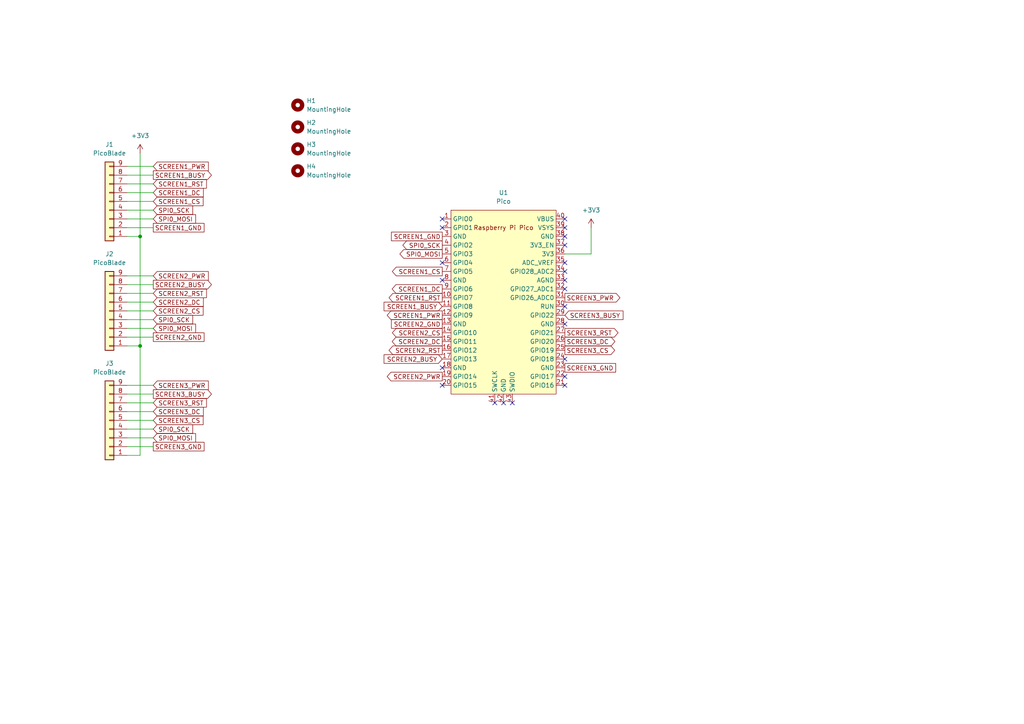
<source format=kicad_sch>
(kicad_sch (version 20230121) (generator eeschema)
  (paper "A4")
  (lib_symbols
    (symbol "Connector_Generic:Conn_01x09" (pin_names (offset 1.016) hide)
      (property "Reference" "J" (at 0 12.7 0))
      (property "Value" "Conn_01x09" (at 0 -12.7 0))
      (symbol "Conn_01x09_1_1"
        (rectangle (start -1.27 -10.033) (end 0 -10.287) (stroke (width 0.1524)))
        (rectangle (start -1.27 -7.493) (end 0 -7.747) (stroke (width 0.1524)))
        (rectangle (start -1.27 -4.953) (end 0 -5.207) (stroke (width 0.1524)))
        (rectangle (start -1.27 -2.413) (end 0 -2.667) (stroke (width 0.1524)))
        (rectangle (start -1.27 0.127) (end 0 -0.127) (stroke (width 0.1524)))
        (rectangle (start -1.27 2.667) (end 0 2.413) (stroke (width 0.1524)))
        (rectangle (start -1.27 5.207) (end 0 4.953) (stroke (width 0.1524)))
        (rectangle (start -1.27 7.747) (end 0 7.493) (stroke (width 0.1524)))
        (rectangle (start -1.27 10.287) (end 0 10.033) (stroke (width 0.1524)))
        (rectangle (start -1.27 11.43) (end 1.27 -11.43) (stroke (width 0.254)) (fill (type background)))
        (pin passive line (at -5.08 10.16 0) (length 3.81) (name "Pin_1") (number "1"))
        (pin passive line (at -5.08 7.62 0) (length 3.81) (name "Pin_2") (number "2"))
        (pin passive line (at -5.08 5.08 0) (length 3.81) (name "Pin_3") (number "3"))
        (pin passive line (at -5.08 2.54 0) (length 3.81) (name "Pin_4") (number "4"))
        (pin passive line (at -5.08 0 0) (length 3.81) (name "Pin_5") (number "5"))
        (pin passive line (at -5.08 -2.54 0) (length 3.81) (name "Pin_6") (number "6"))
        (pin passive line (at -5.08 -5.08 0) (length 3.81) (name "Pin_7") (number "7"))
        (pin passive line (at -5.08 -7.62 0) (length 3.81) (name "Pin_8") (number "8"))
        (pin passive line (at -5.08 -10.16 0) (length 3.81) (name "Pin_9") (number "9"))
      )
    )
    (symbol "MCU_RaspberryPi_and_Boards:Pico"
      (property "Reference" "U" (at -13.97 27.94 0))
      (property "Value" "Pico" (at 0 19.05 0))
      (symbol "Pico_0_0"
        (text "Raspberry Pi Pico" (at 0 21.59 0) (effects (font (size 1.27 1.27))))
      )
      (symbol "Pico_0_1"
        (rectangle (start -15.24 26.67) (end 15.24 -26.67) (fill (type background)))
      )
      (symbol "Pico_1_1"
        (pin bidirectional line (at -17.78 24.13 0) (length 2.54) (name "GPIO0") (number "1"))
        (pin bidirectional line (at -17.78 1.27 0) (length 2.54) (name "GPIO7") (number "10"))
        (pin bidirectional line (at -17.78 -1.27 0) (length 2.54) (name "GPIO8") (number "11"))
        (pin bidirectional line (at -17.78 -3.81 0) (length 2.54) (name "GPIO9") (number "12"))
        (pin power_in line (at -17.78 -6.35 0) (length 2.54) (name "GND") (number "13"))
        (pin bidirectional line (at -17.78 -8.89 0) (length 2.54) (name "GPIO10") (number "14"))
        (pin bidirectional line (at -17.78 -11.43 0) (length 2.54) (name "GPIO11") (number "15"))
        (pin bidirectional line (at -17.78 -13.97 0) (length 2.54) (name "GPIO12") (number "16"))
        (pin bidirectional line (at -17.78 -16.51 0) (length 2.54) (name "GPIO13") (number "17"))
        (pin power_in line (at -17.78 -19.05 0) (length 2.54) (name "GND") (number "18"))
        (pin bidirectional line (at -17.78 -21.59 0) (length 2.54) (name "GPIO14") (number "19"))
        (pin bidirectional line (at -17.78 21.59 0) (length 2.54) (name "GPIO1") (number "2"))
        (pin bidirectional line (at -17.78 -24.13 0) (length 2.54) (name "GPIO15") (number "20"))
        (pin bidirectional line (at 17.78 -24.13 180) (length 2.54) (name "GPIO16") (number "21"))
        (pin bidirectional line (at 17.78 -21.59 180) (length 2.54) (name "GPIO17") (number "22"))
        (pin power_in line (at 17.78 -19.05 180) (length 2.54) (name "GND") (number "23"))
        (pin bidirectional line (at 17.78 -16.51 180) (length 2.54) (name "GPIO18") (number "24"))
        (pin bidirectional line (at 17.78 -13.97 180) (length 2.54) (name "GPIO19") (number "25"))
        (pin bidirectional line (at 17.78 -11.43 180) (length 2.54) (name "GPIO20") (number "26"))
        (pin bidirectional line (at 17.78 -8.89 180) (length 2.54) (name "GPIO21") (number "27"))
        (pin power_in line (at 17.78 -6.35 180) (length 2.54) (name "GND") (number "28"))
        (pin bidirectional line (at 17.78 -3.81 180) (length 2.54) (name "GPIO22") (number "29"))
        (pin power_in line (at -17.78 19.05 0) (length 2.54) (name "GND") (number "3"))
        (pin input line (at 17.78 -1.27 180) (length 2.54) (name "RUN") (number "30"))
        (pin bidirectional line (at 17.78 1.27 180) (length 2.54) (name "GPIO26_ADC0") (number "31"))
        (pin bidirectional line (at 17.78 3.81 180) (length 2.54) (name "GPIO27_ADC1") (number "32"))
        (pin power_in line (at 17.78 6.35 180) (length 2.54) (name "AGND") (number "33"))
        (pin bidirectional line (at 17.78 8.89 180) (length 2.54) (name "GPIO28_ADC2") (number "34"))
        (pin power_in line (at 17.78 11.43 180) (length 2.54) (name "ADC_VREF") (number "35"))
        (pin power_in line (at 17.78 13.97 180) (length 2.54) (name "3V3") (number "36"))
        (pin input line (at 17.78 16.51 180) (length 2.54) (name "3V3_EN") (number "37"))
        (pin bidirectional line (at 17.78 19.05 180) (length 2.54) (name "GND") (number "38"))
        (pin power_in line (at 17.78 21.59 180) (length 2.54) (name "VSYS") (number "39"))
        (pin bidirectional line (at -17.78 16.51 0) (length 2.54) (name "GPIO2") (number "4"))
        (pin power_in line (at 17.78 24.13 180) (length 2.54) (name "VBUS") (number "40"))
        (pin input line (at -2.54 -29.21 90) (length 2.54) (name "SWCLK") (number "41"))
        (pin power_in line (at 0 -29.21 90) (length 2.54) (name "GND") (number "42"))
        (pin bidirectional line (at 2.54 -29.21 90) (length 2.54) (name "SWDIO") (number "43"))
        (pin bidirectional line (at -17.78 13.97 0) (length 2.54) (name "GPIO3") (number "5"))
        (pin bidirectional line (at -17.78 11.43 0) (length 2.54) (name "GPIO4") (number "6"))
        (pin bidirectional line (at -17.78 8.89 0) (length 2.54) (name "GPIO5") (number "7"))
        (pin power_in line (at -17.78 6.35 0) (length 2.54) (name "GND") (number "8"))
        (pin bidirectional line (at -17.78 3.81 0) (length 2.54) (name "GPIO6") (number "9"))
      )
    )
    (symbol "Mechanical:MountingHole" (pin_names (offset 1.016))
      (property "Reference" "H" (at 0 5.08 0))
      (property "Value" "MountingHole" (at 0 3.175 0))
      (symbol "MountingHole_0_1"
        (circle (center 0 0) (radius 1.27) (stroke (width 1.27)))
      )
    )
    (symbol "power:+3V3" (power) (pin_names (offset 0))
      (property "Value" "+3V3" (at 0 3.556 0))
      (symbol "+3V3_0_1"
        (polyline (pts (xy -0.762 1.27) (xy 0 2.54)))
        (polyline (pts (xy 0 0) (xy 0 2.54)))
        (polyline (pts (xy 0 2.54) (xy 0.762 1.27)))
      )
      (symbol "+3V3_1_1"
        (pin power_in line (at 0 0 90) (length 0) hide (name "+3V3") (number "1"))
      )
    )
  )
  (junction (at 40.64 68.58))
  (junction (at 40.64 100.33))
  (no_connect (at 128.27 66.04))
  (no_connect (at 163.83 111.76))
  (no_connect (at 163.83 78.74))
  (no_connect (at 148.59 116.84))
  (no_connect (at 128.27 76.2))
  (no_connect (at 163.83 66.04))
  (no_connect (at 146.05 116.84))
  (no_connect (at 163.83 109.22))
  (no_connect (at 163.83 83.82))
  (no_connect (at 163.83 104.14))
  (no_connect (at 163.83 71.12))
  (no_connect (at 128.27 63.5))
  (no_connect (at 163.83 68.58))
  (no_connect (at 163.83 76.2))
  (no_connect (at 163.83 93.98))
  (no_connect (at 128.27 111.76))
  (no_connect (at 163.83 63.5))
  (no_connect (at 163.83 88.9))
  (no_connect (at 128.27 106.68))
  (no_connect (at 163.83 81.28))
  (no_connect (at 128.27 81.28))
  (no_connect (at 143.51 116.84))
  (wire (pts (xy 36.83 129.54) (xy 44.45 129.54)))
  (wire (pts (xy 36.83 121.92) (xy 44.45 121.92)))
  (wire (pts (xy 36.83 132.08) (xy 40.64 132.08)))
  (wire (pts (xy 36.83 100.33) (xy 40.64 100.33)))
  (wire (pts (xy 36.83 58.42) (xy 44.45 58.42)))
  (wire (pts (xy 36.83 119.38) (xy 44.45 119.38)))
  (wire (pts (xy 163.83 73.66) (xy 171.45 73.66)))
  (wire (pts (xy 36.83 55.88) (xy 44.45 55.88)))
  (wire (pts (xy 36.83 127) (xy 44.45 127)))
  (wire (pts (xy 36.83 124.46) (xy 44.45 124.46)))
  (wire (pts (xy 36.83 116.84) (xy 44.45 116.84)))
  (wire (pts (xy 36.83 95.25) (xy 44.45 95.25)))
  (wire (pts (xy 36.83 90.17) (xy 44.45 90.17)))
  (wire (pts (xy 36.83 87.63) (xy 44.45 87.63)))
  (wire (pts (xy 36.83 85.09) (xy 44.45 85.09)))
  (wire (pts (xy 36.83 82.55) (xy 44.45 82.55)))
  (wire (pts (xy 36.83 92.71) (xy 44.45 92.71)))
  (wire (pts (xy 36.83 50.8) (xy 44.45 50.8)))
  (wire (pts (xy 36.83 80.01) (xy 44.45 80.01)))
  (wire (pts (xy 36.83 63.5) (xy 44.45 63.5)))
  (wire (pts (xy 36.83 114.3) (xy 44.45 114.3)))
  (wire (pts (xy 36.83 60.96) (xy 44.45 60.96)))
  (wire (pts (xy 36.83 97.79) (xy 44.45 97.79)))
  (wire (pts (xy 36.83 66.04) (xy 44.45 66.04)))
  (wire (pts (xy 40.64 100.33) (xy 40.64 132.08)))
  (wire (pts (xy 36.83 53.34) (xy 44.45 53.34)))
  (wire (pts (xy 36.83 68.58) (xy 40.64 68.58)))
  (wire (pts (xy 36.83 111.76) (xy 44.45 111.76)))
  (wire (pts (xy 40.64 44.45) (xy 40.64 68.58)))
  (wire (pts (xy 171.45 73.66) (xy 171.45 66.04)))
  (wire (pts (xy 40.64 68.58) (xy 40.64 100.33)))
  (wire (pts (xy 36.83 48.26) (xy 44.45 48.26)))
  (global_label "SCREEN2_PWR" (shape input) (at 44.45 80.01 0) (property "Intersheetrefs" "${INTERSHEET_REFS}" (effects hide)))
  (global_label "SPI0_MOSI" (shape input) (at 44.45 63.5 0) (property "Intersheetrefs" "${INTERSHEET_REFS}" (effects hide)))
  (global_label "SPI0_MOSI" (shape output) (at 128.27 73.66 180) (property "Intersheetrefs" "${INTERSHEET_REFS}" (effects hide)))
  (global_label "SCREEN2_CS" (shape output) (at 128.27 96.52 180) (property "Intersheetrefs" "${INTERSHEET_REFS}" (effects hide)))
  (global_label "SCREEN2_RST" (shape input) (at 44.45 85.09 0) (property "Intersheetrefs" "${INTERSHEET_REFS}" (effects hide)))
  (global_label "SCREEN1_DC" (shape output) (at 128.27 83.82 180) (property "Intersheetrefs" "${INTERSHEET_REFS}" (effects hide)))
  (global_label "SCREEN3_DC" (shape input) (at 44.45 119.38 0) (property "Intersheetrefs" "${INTERSHEET_REFS}" (effects hide)))
  (global_label "SPI0_SCK" (shape input) (at 44.45 124.46 0) (property "Intersheetrefs" "${INTERSHEET_REFS}" (effects hide)))
  (global_label "SCREEN1_DC" (shape input) (at 44.45 55.88 0) (property "Intersheetrefs" "${INTERSHEET_REFS}" (effects hide)))
  (global_label "SCREEN3_GND" (shape passive) (at 44.45 129.54 0) (property "Intersheetrefs" "${INTERSHEET_REFS}" (effects hide)))
  (global_label "SCREEN2_CS" (shape input) (at 44.45 90.17 0) (property "Intersheetrefs" "${INTERSHEET_REFS}" (effects hide)))
  (global_label "SCREEN1_CS" (shape output) (at 128.27 78.74 180) (property "Intersheetrefs" "${INTERSHEET_REFS}" (effects hide)))
  (global_label "SCREEN1_PWR" (shape input) (at 44.45 48.26 0) (property "Intersheetrefs" "${INTERSHEET_REFS}" (effects hide)))
  (global_label "SCREEN1_RST" (shape input) (at 44.45 53.34 0) (property "Intersheetrefs" "${INTERSHEET_REFS}" (effects hide)))
  (global_label "SCREEN2_GND" (shape passive) (at 44.45 97.79 0) (property "Intersheetrefs" "${INTERSHEET_REFS}" (effects hide)))
  (global_label "SCREEN3_GND" (shape passive) (at 163.83 106.68 0) (property "Intersheetrefs" "${INTERSHEET_REFS}" (effects hide)))
  (global_label "SPI0_MOSI" (shape input) (at 44.45 95.25 0) (property "Intersheetrefs" "${INTERSHEET_REFS}" (effects hide)))
  (global_label "SPI0_SCK" (shape output) (at 128.27 71.12 180) (property "Intersheetrefs" "${INTERSHEET_REFS}" (effects hide)))
  (global_label "SCREEN3_BUSY" (shape output) (at 44.45 114.3 0) (property "Intersheetrefs" "${INTERSHEET_REFS}" (effects hide)))
  (global_label "SCREEN3_PWR" (shape input) (at 44.45 111.76 0) (property "Intersheetrefs" "${INTERSHEET_REFS}" (effects hide)))
  (global_label "SPI0_SCK" (shape input) (at 44.45 60.96 0) (property "Intersheetrefs" "${INTERSHEET_REFS}" (effects hide)))
  (global_label "SCREEN3_BUSY" (shape input) (at 163.83 91.44 0) (property "Intersheetrefs" "${INTERSHEET_REFS}" (effects hide)))
  (global_label "SPI0_MOSI" (shape input) (at 44.45 127 0) (property "Intersheetrefs" "${INTERSHEET_REFS}" (effects hide)))
  (global_label "SCREEN3_RST" (shape output) (at 163.83 96.52 0) (property "Intersheetrefs" "${INTERSHEET_REFS}" (effects hide)))
  (global_label "SCREEN1_BUSY" (shape output) (at 44.45 50.8 0) (property "Intersheetrefs" "${INTERSHEET_REFS}" (effects hide)))
  (global_label "SCREEN2_GND" (shape passive) (at 128.27 93.98 180) (property "Intersheetrefs" "${INTERSHEET_REFS}" (effects hide)))
  (global_label "SCREEN3_CS" (shape output) (at 163.83 101.6 0) (property "Intersheetrefs" "${INTERSHEET_REFS}" (effects hide)))
  (global_label "SCREEN1_RST" (shape output) (at 128.27 86.36 180) (property "Intersheetrefs" "${INTERSHEET_REFS}" (effects hide)))
  (global_label "SCREEN2_BUSY" (shape input) (at 128.27 104.14 180) (property "Intersheetrefs" "${INTERSHEET_REFS}" (effects hide)))
  (global_label "SCREEN1_BUSY" (shape input) (at 128.27 88.9 180) (property "Intersheetrefs" "${INTERSHEET_REFS}" (effects hide)))
  (global_label "SCREEN1_GND" (shape passive) (at 44.45 66.04 0) (property "Intersheetrefs" "${INTERSHEET_REFS}" (effects hide)))
  (global_label "SCREEN2_PWR" (shape output) (at 128.27 109.22 180) (property "Intersheetrefs" "${INTERSHEET_REFS}" (effects hide)))
  (global_label "SCREEN3_PWR" (shape output) (at 163.83 86.36 0) (property "Intersheetrefs" "${INTERSHEET_REFS}" (effects hide)))
  (global_label "SCREEN2_RST" (shape output) (at 128.27 101.6 180) (property "Intersheetrefs" "${INTERSHEET_REFS}" (effects hide)))
  (global_label "SCREEN3_DC" (shape output) (at 163.83 99.06 0) (property "Intersheetrefs" "${INTERSHEET_REFS}" (effects hide)))
  (global_label "SCREEN1_CS" (shape input) (at 44.45 58.42 0) (property "Intersheetrefs" "${INTERSHEET_REFS}" (effects hide)))
  (global_label "SCREEN3_CS" (shape input) (at 44.45 121.92 0) (property "Intersheetrefs" "${INTERSHEET_REFS}" (effects hide)))
  (global_label "SCREEN1_GND" (shape passive) (at 128.27 68.58 180) (property "Intersheetrefs" "${INTERSHEET_REFS}" (effects hide)))
  (global_label "SCREEN2_DC" (shape output) (at 128.27 99.06 180) (property "Intersheetrefs" "${INTERSHEET_REFS}" (effects hide)))
  (global_label "SPI0_SCK" (shape input) (at 44.45 92.71 0) (property "Intersheetrefs" "${INTERSHEET_REFS}" (effects hide)))
  (global_label "SCREEN2_DC" (shape input) (at 44.45 87.63 0) (property "Intersheetrefs" "${INTERSHEET_REFS}" (effects hide)))
  (global_label "SCREEN1_PWR" (shape output) (at 128.27 91.44 180) (property "Intersheetrefs" "${INTERSHEET_REFS}" (effects hide)))
  (global_label "SCREEN2_BUSY" (shape output) (at 44.45 82.55 0) (property "Intersheetrefs" "${INTERSHEET_REFS}" (effects hide)))
  (global_label "SCREEN3_RST" (shape input) (at 44.45 116.84 0) (property "Intersheetrefs" "${INTERSHEET_REFS}" (effects hide)))
  (symbol (lib_id "MCU_RaspberryPi_and_Boards:Pico") (at 146.05 87.63 0) (unit 1)
    (property "Reference" "U1" (at 146.05 55.88 0))
    (property "Value" "Pico" (at 146.05 58.42 0))
    (property "Footprint" "MCU_RaspberryPi_and_Boards:RPi_Pico_SMD_TH" (effects hide))
  )
  (symbol (lib_id "Mechanical:MountingHole") (at 86.36 43.18 0) (unit 1)
    (property "Reference" "H3" (at 88.9 41.91 0) (effects (justify left)))
    (property "Value" "MountingHole" (at 88.9 44.45 0) (effects (justify left)))
    (property "Footprint" "MountingHole:MountingHole_3mm" (effects hide))
  )
  (symbol (lib_id "Connector_Generic:Conn_01x09") (at 31.75 58.42 180) (unit 1)
    (property "Reference" "J1" (at 31.75 41.91 0))
    (property "Value" "PicoBlade" (at 31.75 44.45 0))
    (property "Footprint" "Connector_Molex:Molex_PicoBlade_53261-0971_1x09-1MP_P1.25mm_Horizontal" (effects hide))
  )
  (symbol (lib_id "Mechanical:MountingHole") (at 86.36 49.53 0) (unit 1)
    (property "Reference" "H4" (at 88.9 48.26 0) (effects (justify left)))
    (property "Value" "MountingHole" (at 88.9 50.8 0) (effects (justify left)))
    (property "Footprint" "MountingHole:MountingHole_3mm" (effects hide))
  )
  (symbol (lib_id "power:+3V3") (at 171.45 66.04 0) (unit 1)
    (property "Reference" "#PWR04" (effects hide))
    (property "Value" "+3V3" (at 171.45 60.96 0))
  )
  (symbol (lib_id "power:+3V3") (at 40.64 44.45 0) (unit 1)
    (property "Reference" "#PWR01" (effects hide))
    (property "Value" "+3V3" (at 40.64 39.37 0))
  )
  (symbol (lib_id "Mechanical:MountingHole") (at 86.36 36.83 0) (unit 1)
    (property "Reference" "H2" (at 88.9 35.56 0) (effects (justify left)))
    (property "Value" "MountingHole" (at 88.9 38.1 0) (effects (justify left)))
    (property "Footprint" "MountingHole:MountingHole_3mm" (effects hide))
  )
  (symbol (lib_id "Connector_Generic:Conn_01x09") (at 31.75 90.17 180) (unit 1)
    (property "Reference" "J2" (at 31.75 73.66 0))
    (property "Value" "PicoBlade" (at 31.75 76.2 0))
    (property "Footprint" "Connector_Molex:Molex_PicoBlade_53261-0971_1x09-1MP_P1.25mm_Horizontal" (effects hide))
  )
  (symbol (lib_id "Connector_Generic:Conn_01x09") (at 31.75 121.92 180) (unit 1)
    (property "Reference" "J3" (at 31.75 105.41 0))
    (property "Value" "PicoBlade" (at 31.75 107.95 0))
    (property "Footprint" "Connector_Molex:Molex_PicoBlade_53261-0971_1x09-1MP_P1.25mm_Horizontal" (effects hide))
  )
  (symbol (lib_id "Mechanical:MountingHole") (at 86.36 30.48 0) (unit 1)
    (property "Reference" "H1" (at 88.9 29.21 0) (effects (justify left)))
    (property "Value" "MountingHole" (at 88.9 31.75 0) (effects (justify left)))
    (property "Footprint" "MountingHole:MountingHole_3mm" (effects hide))
  )
)
</source>
